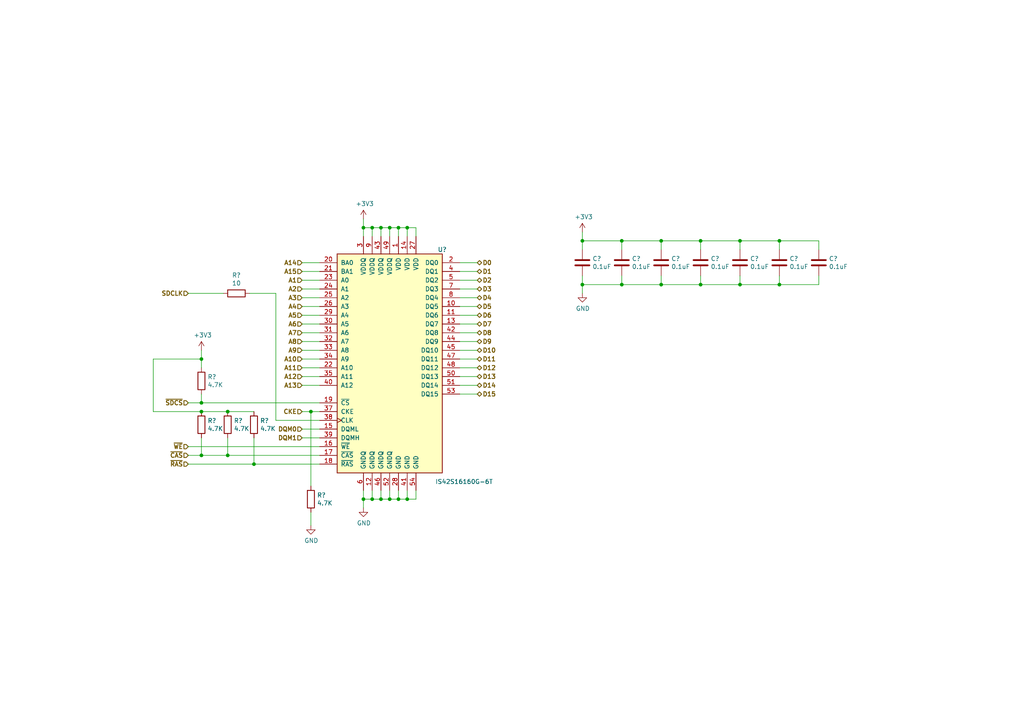
<source format=kicad_sch>
(kicad_sch (version 20211123) (generator eeschema)
  (paper "A4")
  (lib_symbols
    (symbol "Device:C" (pin_numbers hide) (pin_names (offset 0.254))
      (property "Reference" "C" (at 0.635 2.54 0))
      (property "Value" "C" (at 0.635 -2.54 0))
      (symbol "C_0_1"
        (polyline (pts (xy -2.032 -0.762) (xy 2.032 -0.762)) (stroke (width 0.508)))
        (polyline (pts (xy -2.032 0.762) (xy 2.032 0.762)) (stroke (width 0.508)))
      )
      (symbol "C_1_1"
        (pin passive line (at 0 3.81 270) (length 2.794) (name "~") (number "1"))
        (pin passive line (at 0 -3.81 90) (length 2.794) (name "~") (number "2"))
      )
    )
    (symbol "SDRAM:IS42S16160G-xT" (pin_names (offset 1.016))
      (property "Reference" "U" (at -15.24 34.29 0))
      (property "Value" "SDRAM_IS42S16160G-xT" (at -16.51 -31.75 0))
      (symbol "IS42S16160G-xT_1_1"
        (rectangle (start -15.24 33.02) (end 15.24 -30.48) (stroke (width 0.254)) (fill (type background)))
        (pin power_in line (at 2.54 38.1 270) (length 5.08) (name "VDD") (number "1"))
        (pin bidirectional line (at 20.32 17.78 180) (length 5.08) (name "DQ5") (number "10"))
        (pin bidirectional line (at 20.32 15.24 180) (length 5.08) (name "DQ6") (number "11"))
        (pin power_in line (at -5.08 -35.56 90) (length 5.08) (name "GNDQ") (number "12"))
        (pin bidirectional line (at 20.32 12.7 180) (length 5.08) (name "DQ7") (number "13"))
        (pin power_in line (at 5.08 38.1 270) (length 5.08) (name "VDD") (number "14"))
        (pin input line (at -20.32 -17.78 0) (length 5.08) (name "DQML") (number "15"))
        (pin input line (at -20.32 -22.86 0) (length 5.08) (name "~{WE}") (number "16"))
        (pin input line (at -20.32 -25.4 0) (length 5.08) (name "~{CAS}") (number "17"))
        (pin input line (at -20.32 -27.94 0) (length 5.08) (name "~{RAS}") (number "18"))
        (pin input line (at -20.32 -10.16 0) (length 5.08) (name "~{CS}") (number "19"))
        (pin bidirectional line (at 20.32 30.48 180) (length 5.08) (name "DQ0") (number "2"))
        (pin input line (at -20.32 30.48 0) (length 5.08) (name "BA0") (number "20"))
        (pin input line (at -20.32 27.94 0) (length 5.08) (name "BA1") (number "21"))
        (pin input line (at -20.32 0 0) (length 5.08) (name "A10") (number "22"))
        (pin input line (at -20.32 25.4 0) (length 5.08) (name "A0") (number "23"))
        (pin input line (at -20.32 22.86 0) (length 5.08) (name "A1") (number "24"))
        (pin input line (at -20.32 20.32 0) (length 5.08) (name "A2") (number "25"))
        (pin input line (at -20.32 17.78 0) (length 5.08) (name "A3") (number "26"))
        (pin power_in line (at 7.62 38.1 270) (length 5.08) (name "VDD") (number "27"))
        (pin power_in line (at 2.54 -35.56 90) (length 5.08) (name "GND") (number "28"))
        (pin input line (at -20.32 15.24 0) (length 5.08) (name "A4") (number "29"))
        (pin power_in line (at -7.62 38.1 270) (length 5.08) (name "VDDQ") (number "3"))
        (pin input line (at -20.32 12.7 0) (length 5.08) (name "A5") (number "30"))
        (pin input line (at -20.32 10.16 0) (length 5.08) (name "A6") (number "31"))
        (pin input line (at -20.32 7.62 0) (length 5.08) (name "A7") (number "32"))
        (pin input line (at -20.32 5.08 0) (length 5.08) (name "A8") (number "33"))
        (pin input line (at -20.32 2.54 0) (length 5.08) (name "A9") (number "34"))
        (pin input line (at -20.32 -2.54 0) (length 5.08) (name "A11") (number "35"))
        (pin no_connect line (at 15.24 -15.24 180) (length 5.08) hide (name "NC") (number "36"))
        (pin input line (at -20.32 -12.7 0) (length 5.08) (name "CKE") (number "37"))
        (pin input clock (at -20.32 -15.24 0) (length 5.08) (name "CLK") (number "38"))
        (pin input line (at -20.32 -20.32 0) (length 5.08) (name "DQMH") (number "39"))
        (pin bidirectional line (at 20.32 27.94 180) (length 5.08) (name "DQ1") (number "4"))
        (pin input line (at -20.32 -5.08 0) (length 5.08) (name "A12") (number "40"))
        (pin power_in line (at 5.08 -35.56 90) (length 5.08) (name "GND") (number "41"))
        (pin bidirectional line (at 20.32 10.16 180) (length 5.08) (name "DQ8") (number "42"))
        (pin power_in line (at -2.54 38.1 270) (length 5.08) (name "VDDQ") (number "43"))
        (pin bidirectional line (at 20.32 7.62 180) (length 5.08) (name "DQ9") (number "44"))
        (pin bidirectional line (at 20.32 5.08 180) (length 5.08) (name "DQ10") (number "45"))
        (pin power_in line (at -2.54 -35.56 90) (length 5.08) (name "GNDQ") (number "46"))
        (pin bidirectional line (at 20.32 2.54 180) (length 5.08) (name "DQ11") (number "47"))
        (pin bidirectional line (at 20.32 0 180) (length 5.08) (name "DQ12") (number "48"))
        (pin power_in line (at 0 38.1 270) (length 5.08) (name "VDDQ") (number "49"))
        (pin bidirectional line (at 20.32 25.4 180) (length 5.08) (name "DQ2") (number "5"))
        (pin bidirectional line (at 20.32 -2.54 180) (length 5.08) (name "DQ13") (number "50"))
        (pin bidirectional line (at 20.32 -5.08 180) (length 5.08) (name "DQ14") (number "51"))
        (pin power_in line (at 0 -35.56 90) (length 5.08) (name "GNDQ") (number "52"))
        (pin bidirectional line (at 20.32 -7.62 180) (length 5.08) (name "DQ15") (number "53"))
        (pin power_in line (at 7.62 -35.56 90) (length 5.08) (name "GND") (number "54"))
        (pin power_in line (at -7.62 -35.56 90) (length 5.08) (name "GNDQ") (number "6"))
        (pin bidirectional line (at 20.32 22.86 180) (length 5.08) (name "DQ3") (number "7"))
        (pin bidirectional line (at 20.32 20.32 180) (length 5.08) (name "DQ4") (number "8"))
        (pin power_in line (at -5.08 38.1 270) (length 5.08) (name "VDDQ") (number "9"))
      )
    )
    (symbol "akizuki:R" (pin_numbers hide) (pin_names (offset 0))
      (property "Reference" "R" (at 0 2.54 0))
      (property "Value" "akizuki_R" (at 0 -2.54 0))
      (symbol "R_0_1"
        (rectangle (start 2.54 -1.016) (end -2.54 1.016) (stroke (width 0.254)))
      )
      (symbol "R_1_1"
        (pin passive line (at -3.81 0 0) (length 1.27) (name "~") (number "1"))
        (pin passive line (at 3.81 0 180) (length 1.27) (name "~") (number "2"))
      )
    )
    (symbol "power:+3.3V" (power) (pin_names (offset 0))
      (property "Value" "+3.3V" (at 0 3.556 0))
      (symbol "+3.3V_0_1"
        (polyline (pts (xy -0.762 1.27) (xy 0 2.54)))
        (polyline (pts (xy 0 0) (xy 0 2.54)))
        (polyline (pts (xy 0 2.54) (xy 0.762 1.27)))
      )
      (symbol "+3.3V_1_1"
        (pin power_in line (at 0 0 90) (length 0) hide (name "+3V3") (number "1"))
      )
    )
    (symbol "power:GND" (power) (pin_names (offset 0))
      (property "Value" "GND" (at 0 -3.81 0))
      (symbol "GND_0_1"
        (polyline (pts (xy 0 0) (xy 0 -1.27) (xy 1.27 -1.27) (xy 0 -2.54) (xy -1.27 -1.27) (xy 0 -1.27)))
      )
      (symbol "GND_1_1"
        (pin power_in line (at 0 0 270) (length 0) hide (name "GND") (number "1"))
      )
    )
  )
  (junction (at 73.66 134.62))
  (junction (at 58.42 132.08))
  (junction (at 115.57 66.04))
  (junction (at 66.04 132.08))
  (junction (at 214.63 82.55))
  (junction (at 118.11 144.78))
  (junction (at 105.41 144.78))
  (junction (at 58.42 104.14))
  (junction (at 191.77 82.55))
  (junction (at 191.77 69.85))
  (junction (at 214.63 69.85))
  (junction (at 58.42 116.84))
  (junction (at 203.2 82.55))
  (junction (at 113.03 66.04))
  (junction (at 105.41 66.04))
  (junction (at 180.34 82.55))
  (junction (at 203.2 69.85))
  (junction (at 110.49 66.04))
  (junction (at 107.95 66.04))
  (junction (at 110.49 144.78))
  (junction (at 180.34 69.85))
  (junction (at 58.42 119.38))
  (junction (at 90.17 119.38))
  (junction (at 107.95 144.78))
  (junction (at 226.06 69.85))
  (junction (at 168.91 82.55))
  (junction (at 66.04 119.38))
  (junction (at 168.91 69.85))
  (junction (at 113.03 144.78))
  (junction (at 226.06 82.55))
  (junction (at 115.57 144.78))
  (junction (at 118.11 66.04))
  (wire (pts (xy 110.49 144.78) (xy 113.03 144.78)))
  (wire (pts (xy 120.65 68.58) (xy 120.65 66.04)))
  (wire (pts (xy 168.91 82.55) (xy 168.91 80.01)))
  (wire (pts (xy 107.95 144.78) (xy 110.49 144.78)))
  (wire (pts (xy 105.41 144.78) (xy 107.95 144.78)))
  (wire (pts (xy 90.17 119.38) (xy 92.71 119.38)))
  (wire (pts (xy 113.03 66.04) (xy 110.49 66.04)))
  (wire (pts (xy 203.2 82.55) (xy 214.63 82.55)))
  (wire (pts (xy 113.03 144.78) (xy 115.57 144.78)))
  (wire (pts (xy 118.11 144.78) (xy 118.11 142.24)))
  (wire (pts (xy 87.63 76.2) (xy 92.71 76.2)))
  (wire (pts (xy 87.63 101.6) (xy 92.71 101.6)))
  (wire (pts (xy 191.77 82.55) (xy 203.2 82.55)))
  (wire (pts (xy 92.71 109.22) (xy 87.63 109.22)))
  (wire (pts (xy 92.71 83.82) (xy 87.63 83.82)))
  (wire (pts (xy 138.43 78.74) (xy 133.35 78.74)))
  (wire (pts (xy 87.63 119.38) (xy 90.17 119.38)))
  (wire (pts (xy 105.41 68.58) (xy 105.41 66.04)))
  (wire (pts (xy 214.63 69.85) (xy 214.63 72.39)))
  (wire (pts (xy 120.65 144.78) (xy 120.65 142.24)))
  (wire (pts (xy 87.63 111.76) (xy 92.71 111.76)))
  (wire (pts (xy 133.35 86.36) (xy 138.43 86.36)))
  (wire (pts (xy 58.42 116.84) (xy 54.61 116.84)))
  (wire (pts (xy 138.43 109.22) (xy 133.35 109.22)))
  (wire (pts (xy 138.43 83.82) (xy 133.35 83.82)))
  (wire (pts (xy 90.17 119.38) (xy 90.17 140.97)))
  (wire (pts (xy 92.71 116.84) (xy 58.42 116.84)))
  (wire (pts (xy 107.95 68.58) (xy 107.95 66.04)))
  (wire (pts (xy 133.35 111.76) (xy 138.43 111.76)))
  (wire (pts (xy 92.71 104.14) (xy 87.63 104.14)))
  (wire (pts (xy 87.63 96.52) (xy 92.71 96.52)))
  (wire (pts (xy 92.71 99.06) (xy 87.63 99.06)))
  (wire (pts (xy 107.95 144.78) (xy 107.95 142.24)))
  (wire (pts (xy 110.49 66.04) (xy 107.95 66.04)))
  (wire (pts (xy 44.45 104.14) (xy 44.45 119.38)))
  (wire (pts (xy 138.43 99.06) (xy 133.35 99.06)))
  (wire (pts (xy 180.34 82.55) (xy 191.77 82.55)))
  (wire (pts (xy 73.66 134.62) (xy 92.71 134.62)))
  (wire (pts (xy 58.42 104.14) (xy 58.42 106.68)))
  (wire (pts (xy 138.43 114.3) (xy 133.35 114.3)))
  (wire (pts (xy 90.17 148.59) (xy 90.17 152.4)))
  (wire (pts (xy 115.57 144.78) (xy 118.11 144.78)))
  (wire (pts (xy 133.35 101.6) (xy 138.43 101.6)))
  (wire (pts (xy 64.77 85.09) (xy 54.61 85.09)))
  (wire (pts (xy 168.91 85.09) (xy 168.91 82.55)))
  (wire (pts (xy 87.63 127) (xy 92.71 127)))
  (wire (pts (xy 168.91 82.55) (xy 180.34 82.55)))
  (wire (pts (xy 115.57 68.58) (xy 115.57 66.04)))
  (wire (pts (xy 66.04 119.38) (xy 58.42 119.38)))
  (wire (pts (xy 191.77 82.55) (xy 191.77 80.01)))
  (wire (pts (xy 203.2 69.85) (xy 203.2 72.39)))
  (wire (pts (xy 180.34 69.85) (xy 180.34 72.39)))
  (wire (pts (xy 92.71 88.9) (xy 87.63 88.9)))
  (wire (pts (xy 107.95 66.04) (xy 105.41 66.04)))
  (wire (pts (xy 133.35 91.44) (xy 138.43 91.44)))
  (wire (pts (xy 105.41 142.24) (xy 105.41 144.78)))
  (wire (pts (xy 180.34 69.85) (xy 191.77 69.85)))
  (wire (pts (xy 113.03 68.58) (xy 113.03 66.04)))
  (wire (pts (xy 133.35 96.52) (xy 138.43 96.52)))
  (wire (pts (xy 80.01 121.92) (xy 80.01 85.09)))
  (wire (pts (xy 87.63 81.28) (xy 92.71 81.28)))
  (wire (pts (xy 87.63 86.36) (xy 92.71 86.36)))
  (wire (pts (xy 80.01 85.09) (xy 72.39 85.09)))
  (wire (pts (xy 133.35 76.2) (xy 138.43 76.2)))
  (wire (pts (xy 92.71 93.98) (xy 87.63 93.98)))
  (wire (pts (xy 226.06 72.39) (xy 226.06 69.85)))
  (wire (pts (xy 214.63 82.55) (xy 214.63 80.01)))
  (wire (pts (xy 237.49 82.55) (xy 226.06 82.55)))
  (wire (pts (xy 133.35 106.68) (xy 138.43 106.68)))
  (wire (pts (xy 66.04 132.08) (xy 58.42 132.08)))
  (wire (pts (xy 113.03 144.78) (xy 113.03 142.24)))
  (wire (pts (xy 138.43 88.9) (xy 133.35 88.9)))
  (wire (pts (xy 73.66 119.38) (xy 66.04 119.38)))
  (wire (pts (xy 110.49 144.78) (xy 110.49 142.24)))
  (wire (pts (xy 191.77 69.85) (xy 203.2 69.85)))
  (wire (pts (xy 87.63 124.46) (xy 92.71 124.46)))
  (wire (pts (xy 237.49 80.01) (xy 237.49 82.55)))
  (wire (pts (xy 105.41 144.78) (xy 105.41 147.32)))
  (wire (pts (xy 87.63 106.68) (xy 92.71 106.68)))
  (wire (pts (xy 115.57 144.78) (xy 115.57 142.24)))
  (wire (pts (xy 58.42 104.14) (xy 58.42 101.6)))
  (wire (pts (xy 138.43 93.98) (xy 133.35 93.98)))
  (wire (pts (xy 66.04 127) (xy 66.04 132.08)))
  (wire (pts (xy 168.91 69.85) (xy 168.91 67.31)))
  (wire (pts (xy 58.42 119.38) (xy 44.45 119.38)))
  (wire (pts (xy 180.34 82.55) (xy 180.34 80.01)))
  (wire (pts (xy 168.91 69.85) (xy 180.34 69.85)))
  (wire (pts (xy 203.2 69.85) (xy 214.63 69.85)))
  (wire (pts (xy 54.61 129.54) (xy 92.71 129.54)))
  (wire (pts (xy 226.06 69.85) (xy 214.63 69.85)))
  (wire (pts (xy 133.35 81.28) (xy 138.43 81.28)))
  (wire (pts (xy 226.06 80.01) (xy 226.06 82.55)))
  (wire (pts (xy 54.61 134.62) (xy 73.66 134.62)))
  (wire (pts (xy 58.42 116.84) (xy 58.42 114.3)))
  (wire (pts (xy 105.41 66.04) (xy 105.41 63.5)))
  (wire (pts (xy 58.42 127) (xy 58.42 132.08)))
  (wire (pts (xy 115.57 66.04) (xy 113.03 66.04)))
  (wire (pts (xy 118.11 144.78) (xy 120.65 144.78)))
  (wire (pts (xy 168.91 72.39) (xy 168.91 69.85)))
  (wire (pts (xy 87.63 91.44) (xy 92.71 91.44)))
  (wire (pts (xy 237.49 69.85) (xy 226.06 69.85)))
  (wire (pts (xy 237.49 72.39) (xy 237.49 69.85)))
  (wire (pts (xy 226.06 82.55) (xy 214.63 82.55)))
  (wire (pts (xy 58.42 132.08) (xy 54.61 132.08)))
  (wire (pts (xy 92.71 78.74) (xy 87.63 78.74)))
  (wire (pts (xy 73.66 127) (xy 73.66 134.62)))
  (wire (pts (xy 138.43 104.14) (xy 133.35 104.14)))
  (wire (pts (xy 118.11 66.04) (xy 115.57 66.04)))
  (wire (pts (xy 44.45 104.14) (xy 58.42 104.14)))
  (wire (pts (xy 110.49 68.58) (xy 110.49 66.04)))
  (wire (pts (xy 92.71 121.92) (xy 80.01 121.92)))
  (wire (pts (xy 203.2 82.55) (xy 203.2 80.01)))
  (wire (pts (xy 118.11 68.58) (xy 118.11 66.04)))
  (wire (pts (xy 92.71 132.08) (xy 66.04 132.08)))
  (wire (pts (xy 191.77 69.85) (xy 191.77 72.39)))
  (wire (pts (xy 120.65 66.04) (xy 118.11 66.04)))
  (hierarchical_label "CKE" (shape input) (at 87.63 119.38 180) (effects (font (thickness 0.254) bold)))
  (hierarchical_label "D8" (shape bidirectional) (at 138.43 96.52 0) (effects (font (thickness 0.254) bold)))
  (hierarchical_label "A6" (shape input) (at 87.63 93.98 180) (effects (font (thickness 0.254) bold)))
  (hierarchical_label "A5" (shape input) (at 87.63 91.44 180) (effects (font (thickness 0.254) bold)))
  (hierarchical_label "DQM1" (shape input) (at 87.63 127 180) (effects (font (thickness 0.254) bold)))
  (hierarchical_label "D15" (shape bidirectional) (at 138.43 114.3 0) (effects (font (thickness 0.254) bold)))
  (hierarchical_label "A10" (shape input) (at 87.63 104.14 180) (effects (font (thickness 0.254) bold)))
  (hierarchical_label "D7" (shape bidirectional) (at 138.43 93.98 0) (effects (font (thickness 0.254) bold)))
  (hierarchical_label "D10" (shape bidirectional) (at 138.43 101.6 0) (effects (font (thickness 0.254) bold)))
  (hierarchical_label "D13" (shape bidirectional) (at 138.43 109.22 0) (effects (font (thickness 0.254) bold)))
  (hierarchical_label "~{CAS}" (shape input) (at 54.61 132.08 180) (effects (font (thickness 0.254) bold)))
  (hierarchical_label "A8" (shape input) (at 87.63 99.06 180) (effects (font (thickness 0.254) bold)))
  (hierarchical_label "A11" (shape input) (at 87.63 106.68 180) (effects (font (thickness 0.254) bold)))
  (hierarchical_label "~{RAS}" (shape input) (at 54.61 134.62 180) (effects (font (thickness 0.254) bold)))
  (hierarchical_label "A3" (shape input) (at 87.63 86.36 180) (effects (font (thickness 0.254) bold)))
  (hierarchical_label "SDCLK" (shape input) (at 54.61 85.09 180) (effects (font (thickness 0.254) bold)))
  (hierarchical_label "D3" (shape bidirectional) (at 138.43 83.82 0) (effects (font (thickness 0.254) bold)))
  (hierarchical_label "D12" (shape bidirectional) (at 138.43 106.68 0) (effects (font (thickness 0.254) bold)))
  (hierarchical_label "A14" (shape input) (at 87.63 76.2 180) (effects (font (thickness 0.254) bold)))
  (hierarchical_label "A13" (shape input) (at 87.63 111.76 180) (effects (font (thickness 0.254) bold)))
  (hierarchical_label "A9" (shape input) (at 87.63 101.6 180) (effects (font (thickness 0.254) bold)))
  (hierarchical_label "A2" (shape input) (at 87.63 83.82 180) (effects (font (thickness 0.254) bold)))
  (hierarchical_label "D14" (shape bidirectional) (at 138.43 111.76 0) (effects (font (thickness 0.254) bold)))
  (hierarchical_label "D6" (shape bidirectional) (at 138.43 91.44 0) (effects (font (thickness 0.254) bold)))
  (hierarchical_label "A15" (shape input) (at 87.63 78.74 180) (effects (font (thickness 0.254) bold)))
  (hierarchical_label "A1" (shape input) (at 87.63 81.28 180) (effects (font (thickness 0.254) bold)))
  (hierarchical_label "D0" (shape bidirectional) (at 138.43 76.2 0) (effects (font (thickness 0.254) bold)))
  (hierarchical_label "D11" (shape bidirectional) (at 138.43 104.14 0) (effects (font (thickness 0.254) bold)))
  (hierarchical_label "D5" (shape bidirectional) (at 138.43 88.9 0) (effects (font (thickness 0.254) bold)))
  (hierarchical_label "~{WE}" (shape input) (at 54.61 129.54 180) (effects (font (thickness 0.254) bold)))
  (hierarchical_label "A7" (shape input) (at 87.63 96.52 180) (effects (font (thickness 0.254) bold)))
  (hierarchical_label "D9" (shape bidirectional) (at 138.43 99.06 0) (effects (font (thickness 0.254) bold)))
  (hierarchical_label "DQM0" (shape input) (at 87.63 124.46 180) (effects (font (thickness 0.254) bold)))
  (hierarchical_label "D4" (shape bidirectional) (at 138.43 86.36 0) (effects (font (thickness 0.254) bold)))
  (hierarchical_label "~{SDCS}" (shape input) (at 54.61 116.84 180) (effects (font (thickness 0.254) bold)))
  (hierarchical_label "D1" (shape bidirectional) (at 138.43 78.74 0) (effects (font (thickness 0.254) bold)))
  (hierarchical_label "A12" (shape input) (at 87.63 109.22 180) (effects (font (thickness 0.254) bold)))
  (hierarchical_label "D2" (shape bidirectional) (at 138.43 81.28 0) (effects (font (thickness 0.254) bold)))
  (hierarchical_label "A4" (shape input) (at 87.63 88.9 180) (effects (font (thickness 0.254) bold)))
  (symbol (lib_id "Device:C") (at 226.06 76.2 0) (unit 1)
    (property "Reference" "C?" (at 228.981 75.0316 0) (effects (justify left)))
    (property "Value" "0.1uF" (at 228.981 77.343 0) (effects (justify left)))
  )
  (symbol (lib_id "Device:C") (at 237.49 76.2 0) (unit 1)
    (property "Reference" "C?" (at 240.411 75.0316 0) (effects (justify left)))
    (property "Value" "0.1uF" (at 240.411 77.343 0) (effects (justify left)))
  )
  (symbol (lib_id "Device:C") (at 168.91 76.2 0) (unit 1)
    (property "Reference" "C?" (at 171.831 75.0316 0) (effects (justify left)))
    (property "Value" "0.1uF" (at 171.831 77.343 0) (effects (justify left)))
  )
  (symbol (lib_id "Device:C") (at 180.34 76.2 0) (unit 1)
    (property "Reference" "C?" (at 183.261 75.0316 0) (effects (justify left)))
    (property "Value" "0.1uF" (at 183.261 77.343 0) (effects (justify left)))
  )
  (symbol (lib_id "Device:C") (at 191.77 76.2 0) (unit 1)
    (property "Reference" "C?" (at 194.691 75.0316 0) (effects (justify left)))
    (property "Value" "0.1uF" (at 194.691 77.343 0) (effects (justify left)))
  )
  (symbol (lib_id "Device:C") (at 203.2 76.2 0) (unit 1)
    (property "Reference" "C?" (at 206.121 75.0316 0) (effects (justify left)))
    (property "Value" "0.1uF" (at 206.121 77.343 0) (effects (justify left)))
  )
  (symbol (lib_id "Device:C") (at 214.63 76.2 0) (unit 1)
    (property "Reference" "C?" (at 217.551 75.0316 0) (effects (justify left)))
    (property "Value" "0.1uF" (at 217.551 77.343 0) (effects (justify left)))
  )
  (symbol (lib_id "power:GND") (at 105.41 147.32 0) (unit 1)
    (property "Reference" "#PWR?" (effects hide))
    (property "Value" "GND" (at 105.537 151.7142 0))
  )
  (symbol (lib_id "power:+3.3V") (at 105.41 63.5 0) (unit 1)
    (property "Reference" "#PWR?" (effects hide))
    (property "Value" "+3.3V" (at 105.791 59.1058 0))
  )
  (symbol (lib_id "power:+3.3V") (at 168.91 67.31 0) (unit 1)
    (property "Reference" "#PWR?" (effects hide))
    (property "Value" "+3.3V" (at 169.291 62.9158 0))
  )
  (symbol (lib_id "power:GND") (at 168.91 85.09 0) (unit 1)
    (property "Reference" "#PWR?" (effects hide))
    (property "Value" "GND" (at 169.037 89.4842 0))
  )
  (symbol (lib_id "SDRAM:IS42S16160G-xT") (at 113.03 106.68 0) (unit 1)
    (property "Reference" "U?" (at 128.27 72.39 0))
    (property "Value" "IS42S16160G-6T" (at 134.62 139.7 0))
    (property "Footprint" "Package_SO:TSOP-II-54_10.16x22.22mm_P0.8mm" (effects hide))
    (property "Datasheet" "http://www.issi.com/WW/pdf/42-45S83200G-16160G.pdf" (effects hide))
  )
  (symbol (lib_id "akizuki:R") (at 58.42 123.19 270) (unit 1)
    (property "Reference" "R?" (at 60.198 122.0216 90) (effects (justify left)))
    (property "Value" "4.7K" (at 60.198 124.333 90) (effects (justify left)))
  )
  (symbol (lib_id "akizuki:R") (at 66.04 123.19 270) (unit 1)
    (property "Reference" "R?" (at 67.818 122.0216 90) (effects (justify left)))
    (property "Value" "4.7K" (at 67.818 124.333 90) (effects (justify left)))
  )
  (symbol (lib_id "akizuki:R") (at 73.66 123.19 270) (unit 1)
    (property "Reference" "R?" (at 75.438 122.0216 90) (effects (justify left)))
    (property "Value" "4.7K" (at 75.438 124.333 90) (effects (justify left)))
  )
  (symbol (lib_id "akizuki:R") (at 58.42 110.49 270) (unit 1)
    (property "Reference" "R?" (at 60.198 109.3216 90) (effects (justify left)))
    (property "Value" "4.7K" (at 60.198 111.633 90) (effects (justify left)))
  )
  (symbol (lib_id "power:+3.3V") (at 58.42 101.6 0) (unit 1)
    (property "Reference" "#PWR?" (effects hide))
    (property "Value" "+3.3V" (at 58.801 97.2058 0))
  )
  (symbol (lib_id "akizuki:R") (at 68.58 85.09 0) (unit 1)
    (property "Reference" "R?" (at 68.58 79.8322 0))
    (property "Value" "10" (at 68.58 82.1436 0))
  )
  (symbol (lib_id "akizuki:R") (at 90.17 144.78 270) (unit 1)
    (property "Reference" "R?" (at 91.948 143.6116 90) (effects (justify left)))
    (property "Value" "4.7K" (at 91.948 145.923 90) (effects (justify left)))
  )
  (symbol (lib_id "power:GND") (at 90.17 152.4 0) (unit 1)
    (property "Reference" "#PWR?" (effects hide))
    (property "Value" "GND" (at 90.297 156.7942 0))
  )
)
</source>
